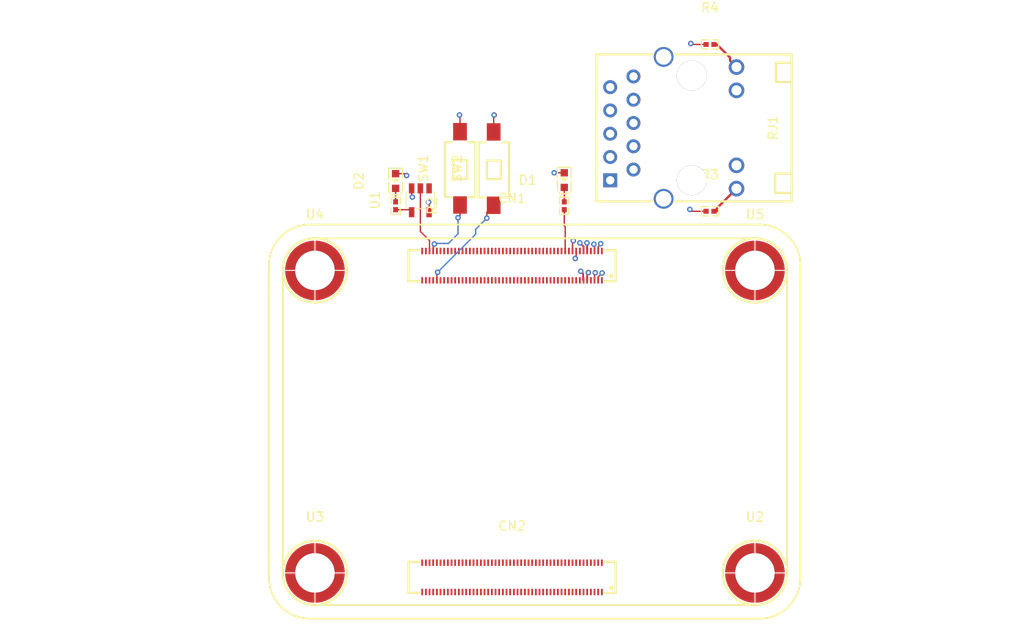
<source format=kicad_pcb>
(kicad_pcb (version 20241229) (generator "pcbnew") (generator_version "9.0")
  (layers (0 "F.Cu" signal) (4 "In1.Cu" signal) (6 "In2.Cu" signal) (2 "B.Cu" signal) (13 "F.Paste" user) (15 "B.Paste" user) (5 "F.SilkS" user "F.Silkscreen") (7 "B.SilkS" user "B.Silkscreen") (1 "F.Mask" user) (3 "B.Mask" user) (25 "Edge.Cuts" user))
  (net 0 "")
  (net 1 "cm5.hdi_b-pins[20]")
  (net 2 "cm5-pins[44]")
  (net 3 "pins[62]")
  (net 4 "cm5.hdi_a-pins[74]")
  (net 5 "pins[43]")
  (net 6 "cm5-pins[47]")
  (net 7 "cm5.hdi_b-pins[74]")
  (net 8 "cm5.hdi_a-pins[62]")
  (net 9 "cm5-pins[53]-1")
  (net 10 "pins[18]")
  (net 11 "cm5-pins[46]")
  (net 12 "pins[67]")
  (net 13 "pins[28]")
  (net 14 "pins[27]")
  (net 15 "pins[5]")
  (net 16 "pins[82]")
  (net 17 "pins[54]")
  (net 18 "pins[55]")
  (net 19 "pins[77]")
  (net 20 "cm5-pins[71]")
  (net 21 "pins[60]")
  (net 22 "cm5.hdi_a-pins[68]")
  (net 23 "cm5.hdi_a-pins[81]")
  (net 24 "cm5.hdi_b-pins[8]")
  (net 25 "pins[1]")
  (net 26 "cm5-pins[53]")
  (net 27 "pins[90]")
  (net 28 "cm5.hdi_b-pins[82]")
  (net 29 "cm5-pins[29]")
  (net 30 "pins[58]")
  (net 31 "pins[57]")
  (net 32 "cm5-pins[81]")
  (net 33 "cm5-pins[44]-1")
  (net 34 "pins[76]")
  (net 35 "cm5.hdi_a-pins[88]")
  (net 36 "cm5-pins[45]")
  (net 37 "line")
  (net 38 "pins[65]")
  (net 39 "pins[79]")
  (net 40 "pins[86]")
  (net 41 "cm5-pins[99]")
  (net 42 "cm5.hdi_a-pins[95]")
  (net 43 "cm5.hdi_a-pins[56]")
  (net 44 "pins[83]")
  (net 45 "pins[33]")
  (net 46 "pins[66]")
  (net 47 "pins[50]")
  (net 48 "cm5.hdi_b-pins[88]")
  (net 49 "cm5.hdi_b-pins[92]")
  (net 50 "pins[37]")
  (net 51 "cm5-pins[23]")
  (net 52 "pins[29]")
  (net 53 "cm5.hdi_b-pins[49]")
  (net 54 "pins[59]")
  (net 55 "pins[35]-1")
  (net 56 "cm5.hdi_b-pins[17]")
  (net 57 "cm5.hdi_a-pins[99]")
  (net 58 "cm5.hdi_b-pins[10]")
  (net 59 "cm5.hdi_b-pins[15]")
  (net 60 "cm5.hdi_b-pins[38]")
  (net 61 "pins[21]")
  (net 62 "pins[35]")
  (net 63 "pins[24]")
  (net 64 "cm5.hdi_a-pins[15]")
  (net 65 "cm5-pins[75]")
  (net 66 "rj45.connector-net")
  (net 67 "Y")
  (net 68 "cm5-cathode")
  (net 69 "cm5-cathode-1")
  (net 70 "rj45.connector-net-1")
  (net 71 "N_C_")
  (net 72 "pins[45]")
  (net 73 "pins[3]")
  (net 74 "pins[87]")
  (net 75 "pins[2]")
  (net 76 "pins[68]")
  (net 77 "cm5.hdi_a-pins[93]")
  (net 78 "cm5.hdi_a-pins[75]")
  (net 79 "pins[41]")
  (net 80 "pins[70]")
  (net 81 "pins[49]")
  (net 82 "cm5.hdi_a-pins[98]")
  (net 83 "cm5.hdi_b-pins[34]")
  (net 84 "cm5.hdi_b-pins[28]")
  (net 85 "cm5.hdi_b-pins[23]")
  (net 86 "pins[0]")
  (net 87 "cm5-pins[47]-1")
  (net 88 "cm5-pins[50]")
  (net 89 "cm5.hdi_b-pins[40]")
  (net 90 "pins[39]")
  (net 91 "pins[64]")
  (net 92 "cm5.hdi_b-pins[9]")
  (net 93 "cm5.hdi_b-pins[16]")
  (net 94 "cm5-pins[63]")
  (net 95 "cm5-pins[48]-1")
  (net 96 "cm5.hdi_b-pins[26]")
  (net 97 "pins[26]")
  (net 98 "cm5.hdi_b-pins[11]")
  (net 99 "cm5.hdi_b-pins[27]")
  (net 100 "cm5-pins[89]-1")
  (net 101 "cm5.hdi_a-pins[17]")
  (net 102 "pins[25]")
  (net 103 "cm5.hdi_a-pins[71]")
  (net 104 "cm5.hdi_b-pins[95]")
  (net 105 "pins[19]")
  (net 106 "pins[51]")
  (net 107 "cm5-pins[57]")
  (net 108 "pins[39]-1")
  (net 109 "cm5-pins[48]")
  (net 110 "pins[52]")
  (net 111 "pins[72]")
  (net 112 "cm5-pins[89]")
  (net 113 "pins[30]")
  (net 114 "cm5-pins[69]")
  (net 115 "pins[22]")
  (net 116 "cm5-pins[33]")
  (net 117 "pins[80]")
  (net 118 "cm5.hdi_b-pins[94]")
  (net 119 "pins[42]")
  (net 120 "pins[96]")
  (net 121 "cm5.hdi_b-pins[14]")
  (net 122 "pins[46]")
  (net 123 "pins[34]")
  (net 124 "cm5-pins[40]")
  (net 125 "pins[61]")
  (net 126 "pins[56]")
  (net 127 "cm5.hdi_a-pins[69]")
  (net 128 "cm5.hdi_a-pins[63]")
  (net 129 "pins[4]")
  (net 130 "pins[32]")
  (net 131 "cm5.hdi_b-pins[93]")
  (net 132 "pins[38]")
  (net 133 "cm5-pins[98]")
  (net 134 "pins[11]")
  (net 135 "pins[10]")
  (net 136 "pins[9]")
  (net 137 "MDI1_")
  (net 138 "pins[8]")
  (net 139 "MDI3plus")
  (net 140 "MDI1plus")
  (net 141 "MDI3_")
  (net 142 "hv")
  (net 143 "gnd")
  (net 144 "rj45-anode-1")
  (net 145 "pins[14]")
  (net 146 "rj45-anode")
  (net 147 "pins[16]")
  (net 148 "cm5-pins[20]")
  (net 149 "pins[92]")
  (net 150 "cm5-pins[94]")
  (net 151 "pins[91]")
  (footprint "atopile:SMD_BD5.6-D4.1-12eb58" (layer "F.Cu") (at 128.4 136.8 0)
    (property "Reference" "U3")
    (property "Value" "")
  )
  (footprint "atopile:RJ45-TH_HR911130A-5845d4" (layer "F.Cu") (at 167.5 88.25 -90)
    (property "Reference" "RJ1")
    (property "Value" "" (hide yes))
  )
  (footprint "atopile:LED0603-RD-c81ffb" (layer "F.Cu") (at 137.2 94.05 90)
    (property "Reference" "D2")
    (property "Value" "")
  )
  (footprint "atopile:SW-SMD_L6.0-W3.3-LS8.0-cfbaed" (layer "F.Cu") (at 147.9 92.695 90)
    (property "Reference" "SW2")
    (property "Value" "")
  )
  (footprint "atopile:R0402-56259e" (layer "F.Cu") (at 137.2 96.75 -90)
    (property "Reference" "R2")
    (property "Value" "2kΩ ±1% 62.5mW")
  )
  (footprint "atopile:LED0603-RD-YELLOW-5af84a" (layer "F.Cu") (at 155.6 93.95 90)
    (property "Reference" "D1")
    (property "Value" "" (hide yes))
  )
  (footprint "atopile:SOT-23-5_L3.0-W1.7-P0.95-LS2.8-BR-9d80aa" (layer "F.Cu") (at 139.9 96.15 90)
    (property "Reference" "U1")
    (property "Value" "")
  )
  (footprint "atopile:R0402-56259e" (layer "F.Cu") (at 171.5 79.15 0)
    (property "Reference" "R4")
    (property "Value" "470Ω ±1% 62.5mW")
  )
  (footprint "atopile:CONN-SMD_DF40C-100DS-0.4V-51-ceffa9" (layer "F.Cu") (at 149.899989 137.285469 0)
    (property "Reference" "CN2")
    (property "Value" "")
  )
  (footprint "atopile:SMD_BD5.6-D4.1-12eb58" (layer "F.Cu") (at 176.4 103.8 0)
    (property "Reference" "U5")
    (property "Value" "")
  )
  (footprint "atopile:SW-SMD_L6.0-W3.3-LS8.0-cfbaed" (layer "F.Cu") (at 144.225 92.665 90)
    (property "Reference" "SW1")
    (property "Value" "")
  )
  (footprint "atopile:SMD_BD5.6-D4.1-12eb58" (layer "F.Cu") (at 176.4 136.8 0)
    (property "Reference" "U2")
    (property "Value" "")
  )
  (footprint "atopile:R0402-56259e" (layer "F.Cu") (at 171.5 97.35 0)
    (property "Reference" "R3")
    (property "Value" "470Ω ±1% 62.5mW")
  )
  (footprint "atopile:R0402-56259e" (layer "F.Cu") (at 155.6 96.75 -90)
    (property "Reference" "R1" (hide yes))
    (property "Value" "2kΩ ±1% 62.5mW")
  )
  (footprint "atopile:SMD_BD5.6-D4.1-12eb58" (layer "F.Cu") (at 128.4 103.8 0)
    (property "Reference" "U4")
    (property "Value" "")
  )
  (footprint "atopile:CONN-SMD_DF40C-100DS-0.4V-51-ceffa9" (layer "F.Cu") (at 149.899989 103.285469 0)
    (property "Reference" "CN1")
    (property "Value" "")
  )
  (via (at 157.4 103.9) (size 0.6) (drill 0.3) (layers "F.Cu" "B.Cu") (net 134))
  (via (at 157.3 100.8) (size 0.6) (drill 0.3) (layers "F.Cu" "B.Cu") (net 135))
  (via (at 158.225473 104.034146) (size 0.6) (drill 0.3) (layers "F.Cu" "B.Cu") (net 136))
  (via (at 158.97529 104.050843) (size 0.6) (drill 0.3) (layers "F.Cu" "B.Cu") (net 137))
  (via (at 158.077818 100.8) (size 0.6) (drill 0.3) (layers "F.Cu" "B.Cu") (net 138))
  (via (at 159.577832 100.886013) (size 0.6) (drill 0.3) (layers "F.Cu" "B.Cu") (net 139))
  (via (at 159.724493 104.085467) (size 0.6) (drill 0.3) (layers "F.Cu" "B.Cu") (net 140))
  (via (at 158.830436 100.948952) (size 0.6) (drill 0.3) (layers "F.Cu" "B.Cu") (net 141))
  (via (at 140.8 96.35) (size 0.6) (drill 0.3) (layers "F.Cu" "B.Cu") (net 142))
  (via (at 169.3 97.15) (size 0.6) (drill 0.3) (layers "F.Cu" "B.Cu") (net 142))
  (via (at 154.5 93.15) (size 0.6) (drill 0.3) (layers "F.Cu" "B.Cu") (net 142))
  (via (at 169.4 79.05) (size 0.6) (drill 0.3) (layers "F.Cu" "B.Cu") (net 142))
  (via (at 138.4 93.45) (size 0.6) (drill 0.3) (layers "F.Cu" "B.Cu") (net 142))
  (via (at 139.025 95.8) (size 0.6) (drill 0.3) (layers "F.Cu" "B.Cu") (net 143))
  (via (at 144.17 86.85) (size 0.6) (drill 0.3) (layers "F.Cu" "B.Cu") (net 143))
  (via (at 147.95 86.85) (size 0.6) (drill 0.3) (layers "F.Cu" "B.Cu") (net 143))
  (via (at 156.8 102.5) (size 0.6) (drill 0.3) (layers "F.Cu" "B.Cu") (net 145))
  (via (at 156.588485 100.562829) (size 0.6) (drill 0.3) (layers "F.Cu" "B.Cu") (net 147))
  (via (at 141.424988 100.92089) (size 0.6) (drill 0.3) (layers "F.Cu" "B.Cu") (net 149))
  (via (at 144.01 98.05) (size 0.6) (drill 0.3) (layers "F.Cu" "B.Cu") (net 149))
  (via (at 141.78 104) (size 0.6) (drill 0.3) (layers "F.Cu" "B.Cu") (net 151))
  (via (at 147.15 98.1) (size 0.6) (drill 0.3) (layers "F.Cu" "B.Cu") (net 151))
  (segment (start 137.2 97.18) (end 138.68 97.18) (width 0.15) (net 67) (layer "F.Cu"))
  (segment (start 138.68 97.18) (end 138.95 97.45) (width 0.15) (net 67) (layer "F.Cu"))
  (segment (start 155.6 94.75) (end 155.6 96.32) (width 0.15) (net 68) (layer "F.Cu"))
  (segment (start 137.2 94.85) (end 137.2 96.32) (width 0.15) (net 69) (layer "F.Cu"))
  (segment (start 156.1 104.885458) (end 156.099989 104.885469) (width 0.15) (net 105) (layer "F.Cu"))
  (segment (start 157.649988 104.149988) (end 157.649988 104.835468) (width 0.2) (net 134) (layer "F.Cu"))
  (segment (start 157.4 103.9) (end 157.649988 104.149988) (width 0.2) (net 134) (layer "F.Cu"))
  (segment (start 157.649988 104.835468) (end 157.699989 104.885469) (width 0.2) (net 134) (layer "F.Cu"))
  (segment (start 157.699989 101.199989) (end 157.699989 101.685469) (width 0.2) (net 135) (layer "F.Cu"))
  (segment (start 157.3 100.8) (end 157.699989 101.199989) (width 0.2) (net 135) (layer "F.Cu"))
  (segment (start 158.099989 104.15963) (end 158.099989 104.885469) (width 0.2) (net 136) (layer "F.Cu"))
  (segment (start 158.225473 104.034146) (end 158.099989 104.15963) (width 0.2) (net 136) (layer "F.Cu"))
  (segment (start 158.899989 104.126144) (end 158.97529 104.050843) (width 0.15) (net 137) (layer "F.Cu"))
  (segment (start 158.899989 104.885469) (end 158.899989 104.126144) (width 0.15) (net 137) (layer "F.Cu"))
  (segment (start 158.099989 100.822171) (end 158.099989 101.685469) (width 0.2) (net 138) (layer "F.Cu"))
  (segment (start 158.077818 100.8) (end 158.099989 100.822171) (width 0.2) (net 138) (layer "F.Cu"))
  (segment (start 159.299989 101.685469) (end 159.298692 101.684172) (width 0.15) (net 139) (layer "F.Cu"))
  (segment (start 159.298692 101.684172) (end 159.298692 101.223159) (width 0.15) (net 139) (layer "F.Cu"))
  (segment (start 159.577832 100.944019) (end 159.577832 100.886013) (width 0.15) (net 139) (layer "F.Cu"))
  (segment (start 159.298692 101.223159) (end 159.577832 100.944019) (width 0.15) (net 139) (layer "F.Cu"))
  (segment (start 159.299989 104.509971) (end 159.724493 104.085467) (width 0.15) (net 140) (layer "F.Cu"))
  (segment (start 159.299989 104.885469) (end 159.299989 104.509971) (width 0.15) (net 140) (layer "F.Cu"))
  (segment (start 158.899989 101.685469) (end 158.899989 101.018505) (width 0.15) (net 141) (layer "F.Cu"))
  (segment (start 158.899989 101.018505) (end 158.830436 100.948952) (width 0.15) (net 141) (layer "F.Cu"))
  (segment (start 169.5 97.35) (end 169.3 97.15) (width 0.15) (net 142) (layer "F.Cu"))
  (segment (start 140.85 97.45) (end 140.85 96.4) (width 0.15) (net 142) (layer "F.Cu"))
  (segment (start 137.2 93.25) (end 138.2 93.25) (width 0.15) (net 142) (layer "F.Cu"))
  (segment (start 170.75 79.15) (end 169.5 79.15) (width 0.15) (net 142) (layer "F.Cu"))
  (segment (start 169.5 79.15) (end 169.4 79.05) (width 0.15) (net 142) (layer "F.Cu"))
  (segment (start 155.6 93.15) (end 154.5 93.15) (width 0.15) (net 142) (layer "F.Cu"))
  (segment (start 140.85 96.4) (end 140.8 96.35) (width 0.15) (net 142) (layer "F.Cu"))
  (segment (start 170.75 97.35) (end 169.5 97.35) (width 0.15) (net 142) (layer "F.Cu"))
  (segment (start 138.2 93.25) (end 138.4 93.45) (width 0.15) (net 142) (layer "F.Cu"))
  (segment (start 144.225 86.905) (end 144.17 86.85) (width 0.15) (net 143) (layer "F.Cu"))
  (segment (start 147.9 88.695) (end 147.9 86.9) (width 0.15) (net 143) (layer "F.Cu"))
  (segment (start 147.9 86.9) (end 147.95 86.85) (width 0.15) (net 143) (layer "F.Cu"))
  (segment (start 138.95 94.85) (end 138.95 95.725) (width 0.15) (net 143) (layer "F.Cu"))
  (segment (start 144.225 88.665) (end 144.225 86.905) (width 0.15) (net 143) (layer "F.Cu"))
  (segment (start 138.95 95.725) (end 139.025 95.8) (width 0.15) (net 143) (layer "F.Cu"))
  (segment (start 173.685 80.915) (end 174.39 81.62) (width 0.25) (net 144) (layer "F.Cu"))
  (segment (start 173.685 80.585) (end 173.685 80.915) (width 0.25) (net 144) (layer "F.Cu"))
  (segment (start 172.25 79.15) (end 173.685 80.585) (width 0.25) (net 144) (layer "F.Cu"))
  (segment (start 156.8 102.5) (end 156.899989 102.400011) (width 0.15) (net 145) (layer "F.Cu"))
  (segment (start 156.899989 102.400011) (end 156.899989 101.685469) (width 0.15) (net 145) (layer "F.Cu"))
  (segment (start 172.25 97.02) (end 174.39 94.88) (width 0.25) (net 146) (layer "F.Cu"))
  (segment (start 172.25 97.35) (end 172.25 97.02) (width 0.25) (net 146) (layer "F.Cu"))
  (segment (start 156.499989 100.651325) (end 156.588485 100.562829) (width 0.15) (net 147) (layer "F.Cu"))
  (segment (start 156.499989 101.685469) (end 156.499989 100.651325) (width 0.15) (net 147) (layer "F.Cu"))
  (segment (start 155.6 97.18) (end 155.699989 97.279989) (width 0.15) (net 148) (layer "F.Cu"))
  (segment (start 155.6 97.18) (end 155.6 98.93) (width 0.15) (net 148) (layer "F.Cu"))
  (segment (start 155.6 98.93) (end 155.699989 99.029989) (width 0.15) (net 148) (layer "F.Cu"))
  (segment (start 155.699989 99.029989) (end 155.699989 101.685469) (width 0.15) (net 148) (layer "F.Cu"))
  (segment (start 144.225 96.665) (end 144.225 97.835) (width 0.15) (net 149) (layer "F.Cu"))
  (segment (start 141.424988 100.92089) (end 141.299989 101.045889) (width 0.15) (net 149) (layer "F.Cu"))
  (segment (start 144.225 97.835) (end 144.01 98.05) (width 0.15) (net 149) (layer "F.Cu"))
  (segment (start 141.299989 101.045889) (end 141.299989 101.685469) (width 0.15) (net 149) (layer "F.Cu"))
  (segment (start 141.424988 100.92089) (end 141.424988 100.895012) (width 0.15) (net 149) (layer "B.Cu"))
  (segment (start 141.46 100.86) (end 142.95 100.86) (width 0.15) (net 149) (layer "B.Cu"))
  (segment (start 144.01 99.8) (end 144.01 98.05) (width 0.15) (net 149) (layer "B.Cu"))
  (segment (start 142.95 100.86) (end 144.01 99.8) (width 0.15) (net 149) (layer "B.Cu"))
  (segment (start 141.424988 100.895012) (end 141.46 100.86) (width 0.15) (net 149) (layer "B.Cu"))
  (segment (start 139.9 99.55) (end 140.899989 100.549989) (width 0.15) (net 150) (layer "F.Cu"))
  (segment (start 139.9 94.85) (end 139.9 99.55) (width 0.15) (net 150) (layer "F.Cu"))
  (segment (start 140.899989 100.549989) (end 140.899989 101.685469) (width 0.15) (net 150) (layer "F.Cu"))
  (segment (start 147.15 97.445) (end 147.15 98.1) (width 0.15) (net 151) (layer "F.Cu"))
  (segment (start 147.9 96.695) (end 147.15 97.445) (width 0.15) (net 151) (layer "F.Cu"))
  (segment (start 141.78 104) (end 141.699989 104.080011) (width 0.15) (net 151) (layer "F.Cu"))
  (segment (start 141.699989 104.080011) (end 141.699989 104.896) (width 0.15) (net 151) (layer "F.Cu"))
  (segment (start 145.93 99.32) (end 147.15 98.1) (width 0.15) (net 151) (layer "B.Cu"))
  (segment (start 145.93 99.85) (end 145.93 99.32) (width 0.15) (net 151) (layer "B.Cu"))
  (segment (start 145.93 99.85) (end 141.78 104) (width 0.15) (net 151) (layer "B.Cu"))
  (gr_line (start 128.4 140.3) (end 176.4 140.3) (stroke (width 0.2)) (layer "F.SilkS"))
  (gr_line (start 181.371066 137.292998) (end 181.371066 103.292998) (stroke (width 0.2)) (layer "F.SilkS"))
  (gr_line (start 176.871066 98.792998) (end 127.871064 98.792998) (stroke (width 0.2)) (layer "F.SilkS"))
  (gr_line (start 127.871066 141.792998) (end 176.871066 141.792998) (stroke (width 0.2)) (layer "F.SilkS"))
  (gr_line (start 124.9 103.8) (end 124.9 136.8) (stroke (width 0.2)) (layer "F.SilkS"))
  (gr_line (start 179.9 136.800001) (end 179.9 103.799999) (stroke (width 0.2)) (layer "F.SilkS"))
  (gr_line (start 123.371066 103.292996) (end 123.371066 137.292998) (stroke (width 0.2)) (layer "F.SilkS"))
  (gr_line (start 176.400001 100.3) (end 128.4 100.3) (stroke (width 0.2)) (layer "F.SilkS"))
  (gr_arc (start 176.871066 98.792998) (mid 180.053047 100.111017) (end 181.371066 103.292998) (stroke (width 0.2)) (layer "F.SilkS"))
  (gr_arc (start 179.9 136.800001) (mid 178.874873 139.274874) (end 176.4 140.3) (stroke (width 0.2)) (layer "F.SilkS"))
  (gr_arc (start 181.371066 137.292998) (mid 180.053047 140.474979) (end 176.871066 141.792998) (stroke (width 0.2)) (layer "F.SilkS"))
  (gr_arc (start 176.400001 100.3) (mid 178.874874 101.325126) (end 179.9 103.799999) (stroke (width 0.2)) (layer "F.SilkS"))
  (gr_arc (start 124.9 103.8) (mid 125.925126 101.325126) (end 128.4 100.3) (stroke (width 0.2)) (layer "F.SilkS"))
  (gr_arc (start 127.871066 141.792998) (mid 124.689085 140.474979) (end 123.371066 137.292998) (stroke (width 0.2)) (layer "F.SilkS"))
  (gr_arc (start 128.4 140.3) (mid 125.925126 139.274874) (end 124.9 136.8) (stroke (width 0.2)) (layer "F.SilkS"))
  (gr_arc (start 123.371066 103.292996) (mid 124.689085 100.111017) (end 127.871064 98.792998) (stroke (width 0.2)) (layer "F.SilkS"))
  (gr_circle (center 128.371066 136.792998) (end 129.721066 136.792998) (stroke (width 0.2)) (fill no) (layer "F.SilkS"))
  (gr_circle (center 128.371066 103.792998) (end 129.721066 103.792998) (stroke (width 0.2)) (fill no) (layer "F.SilkS"))
  (gr_circle (center 176.371066 103.792998) (end 177.721066 103.792998) (stroke (width 0.2)) (fill no) (layer "F.SilkS"))
  (gr_circle (center 128.4 136.8) (end 126.9 136.8) (stroke (width 0.2)) (fill no) (layer "F.SilkS"))
  (gr_circle (center 176.4 136.8) (end 177.9 136.8) (stroke (width 0.2)) (fill no) (layer "F.SilkS"))
  (gr_circle (center 176.4 103.8) (end 174.9 103.8) (stroke (width 0.2)) (fill no) (layer "F.SilkS"))
  (gr_circle (center 176.371066 136.792998) (end 177.721066 136.792998) (stroke (width 0.2)) (fill no) (layer "F.SilkS"))
  (gr_circle (center 128.4 103.8) (end 129.9 103.8) (stroke (width 0.2)) (fill no) (layer "F.SilkS"))
)
</source>
